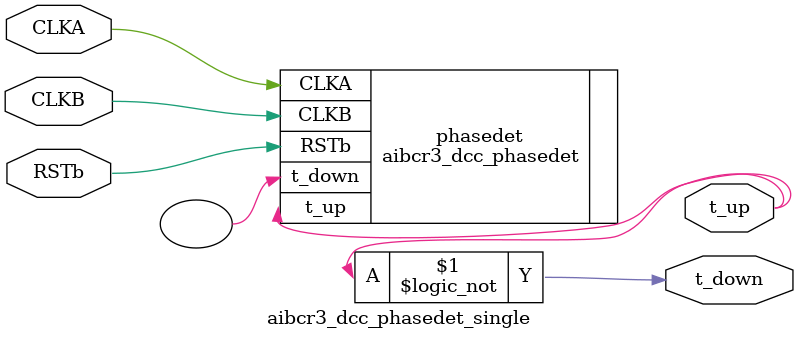
<source format=v>


`default_nettype none
module aibcr3_dcc_phasedet_single (
        output wire     t_down, 
        output wire     t_up, 
        input wire      CLKA, 
        input wire      CLKB,
        input wire      RSTb
    );


    aibcr3_dcc_phasedet phasedet (
        .t_down (),
        .t_up   (t_up),
        .CLKA   (CLKA),
        .CLKB   (CLKB),
        .RSTb   (RSTb)
    );

    assign t_down = !t_up;

endmodule
`default_nettype wire



</source>
